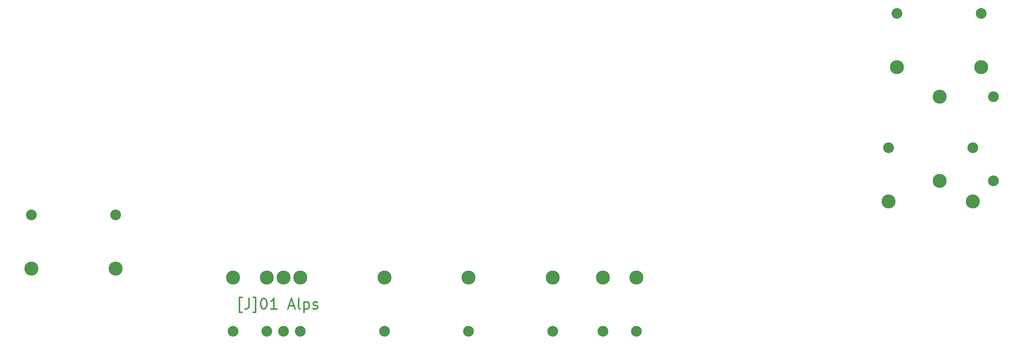
<source format=gts>
G04 #@! TF.GenerationSoftware,KiCad,Pcbnew,(5.1.12)-1*
G04 #@! TF.CreationDate,2022-01-08T19:29:44-05:00*
G04 #@! TF.ProjectId,J-01-Alps,4a2d3031-2d41-46c7-9073-2e6b69636164,rev?*
G04 #@! TF.SameCoordinates,Original*
G04 #@! TF.FileFunction,Soldermask,Top*
G04 #@! TF.FilePolarity,Negative*
%FSLAX46Y46*%
G04 Gerber Fmt 4.6, Leading zero omitted, Abs format (unit mm)*
G04 Created by KiCad (PCBNEW (5.1.12)-1) date 2022-01-08 19:29:44*
%MOMM*%
%LPD*%
G01*
G04 APERTURE LIST*
%ADD10C,0.400000*%
%ADD11C,3.987800*%
%ADD12C,3.048000*%
G04 APERTURE END LIST*
D10*
X144566964Y-153169642D02*
X143852678Y-153169642D01*
X143852678Y-148883928D01*
X144566964Y-148883928D01*
X146566964Y-149169642D02*
X146566964Y-151312500D01*
X146424107Y-151741071D01*
X146138392Y-152026785D01*
X145709821Y-152169642D01*
X145424107Y-152169642D01*
X147709821Y-153169642D02*
X148424107Y-153169642D01*
X148424107Y-148883928D01*
X147709821Y-148883928D01*
X150566964Y-149169642D02*
X150852678Y-149169642D01*
X151138392Y-149312500D01*
X151281250Y-149455357D01*
X151424107Y-149741071D01*
X151566964Y-150312500D01*
X151566964Y-151026785D01*
X151424107Y-151598214D01*
X151281250Y-151883928D01*
X151138392Y-152026785D01*
X150852678Y-152169642D01*
X150566964Y-152169642D01*
X150281250Y-152026785D01*
X150138392Y-151883928D01*
X149995535Y-151598214D01*
X149852678Y-151026785D01*
X149852678Y-150312500D01*
X149995535Y-149741071D01*
X150138392Y-149455357D01*
X150281250Y-149312500D01*
X150566964Y-149169642D01*
X154424107Y-152169642D02*
X152709821Y-152169642D01*
X153566964Y-152169642D02*
X153566964Y-149169642D01*
X153281250Y-149598214D01*
X152995535Y-149883928D01*
X152709821Y-150026785D01*
X157852678Y-151312500D02*
X159281250Y-151312500D01*
X157566964Y-152169642D02*
X158566964Y-149169642D01*
X159566964Y-152169642D01*
X160995535Y-152169642D02*
X160709821Y-152026785D01*
X160566964Y-151741071D01*
X160566964Y-149169642D01*
X162138392Y-150169642D02*
X162138392Y-153169642D01*
X162138392Y-150312500D02*
X162424107Y-150169642D01*
X162995535Y-150169642D01*
X163281250Y-150312500D01*
X163424107Y-150455357D01*
X163566964Y-150741071D01*
X163566964Y-151598214D01*
X163424107Y-151883928D01*
X163281250Y-152026785D01*
X162995535Y-152169642D01*
X162424107Y-152169642D01*
X162138392Y-152026785D01*
X164709821Y-152026785D02*
X164995535Y-152169642D01*
X165566964Y-152169642D01*
X165852678Y-152026785D01*
X165995535Y-151741071D01*
X165995535Y-151598214D01*
X165852678Y-151312500D01*
X165566964Y-151169642D01*
X165138392Y-151169642D01*
X164852678Y-151026785D01*
X164709821Y-150741071D01*
X164709821Y-150598214D01*
X164852678Y-150312500D01*
X165138392Y-150169642D01*
X165566964Y-150169642D01*
X165852678Y-150312500D01*
D11*
G04 #@! TO.C,SW-SPACE6*
X246856250Y-143351250D03*
X151606250Y-143351250D03*
D12*
X246856250Y-158591250D03*
X151606250Y-158591250D03*
G04 #@! TD*
D11*
G04 #@! TO.C,Stab-275U1*
X208724500Y-143351250D03*
X232600500Y-143351250D03*
D12*
X208724500Y-158591250D03*
X232600500Y-158591250D03*
G04 #@! TD*
D11*
G04 #@! TO.C,Stab-225U2*
X161099500Y-143351250D03*
X184975500Y-143351250D03*
D12*
X161099500Y-158591250D03*
X184975500Y-158591250D03*
G04 #@! TD*
D11*
G04 #@! TO.C,Stab-225U3*
X108775500Y-140811250D03*
X84899500Y-140811250D03*
D12*
X108775500Y-125571250D03*
X84899500Y-125571250D03*
G04 #@! TD*
D11*
G04 #@! TO.C,Stab-7U1*
X256381250Y-143351250D03*
X142081250Y-143351250D03*
D12*
X256381250Y-158591250D03*
X142081250Y-158591250D03*
G04 #@! TD*
D11*
G04 #@! TO.C,Stab-625U1*
X256374900Y-143351250D03*
X156375100Y-143351250D03*
D12*
X256374900Y-158591250D03*
X156375100Y-158591250D03*
G04 #@! TD*
D11*
G04 #@! TO.C,Stab-2U1*
X354044250Y-83661250D03*
X330168250Y-83661250D03*
D12*
X354044250Y-68421250D03*
X330168250Y-68421250D03*
G04 #@! TD*
D11*
G04 #@! TO.C,Stab-225U1*
X351663000Y-121761250D03*
X327787000Y-121761250D03*
D12*
X351663000Y-106521250D03*
X327787000Y-106521250D03*
G04 #@! TD*
G04 #@! TO.C,SW-ISOEN1*
X357505000Y-92043250D03*
X357505000Y-115919250D03*
D11*
X342265000Y-92043250D03*
X342265000Y-115919250D03*
G04 #@! TD*
M02*

</source>
